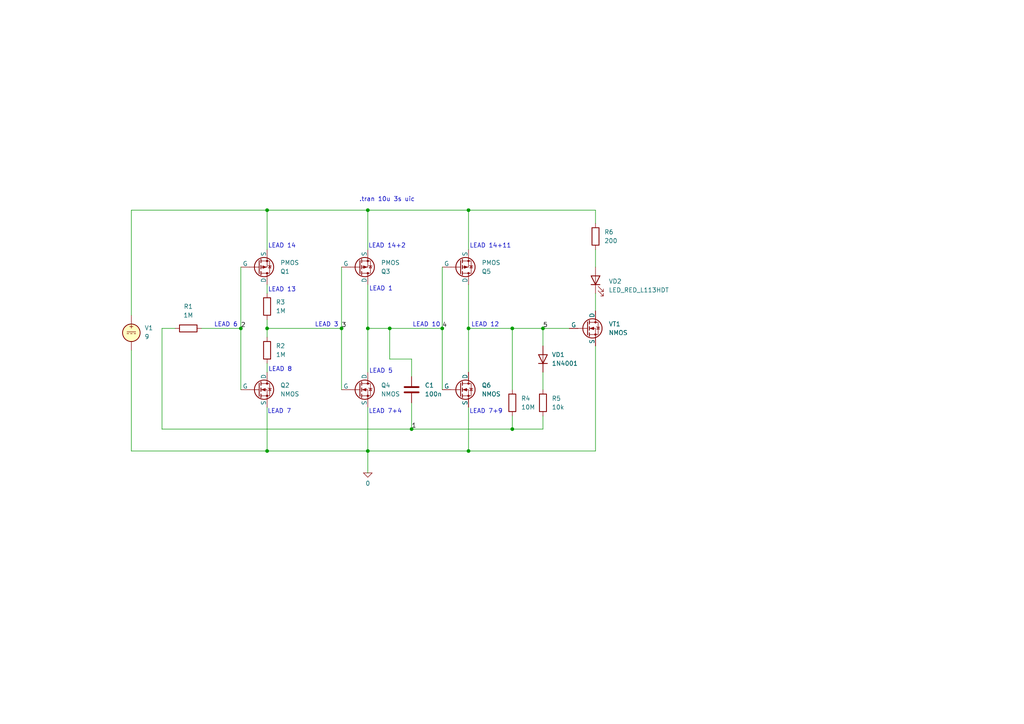
<source format=kicad_sch>
(kicad_sch
	(version 20231120)
	(generator "eeschema")
	(generator_version "8.0")
	(uuid "05134183-91e9-49ab-ad68-dd38fb208874")
	(paper "A4")
	(lib_symbols
		(symbol "Device:C"
			(pin_numbers hide)
			(pin_names
				(offset 0.254)
			)
			(exclude_from_sim no)
			(in_bom yes)
			(on_board yes)
			(property "Reference" "C"
				(at 0.635 2.54 0)
				(effects
					(font
						(size 1.27 1.27)
					)
					(justify left)
				)
			)
			(property "Value" "C"
				(at 0.635 -2.54 0)
				(effects
					(font
						(size 1.27 1.27)
					)
					(justify left)
				)
			)
			(property "Footprint" ""
				(at 0.9652 -3.81 0)
				(effects
					(font
						(size 1.27 1.27)
					)
					(hide yes)
				)
			)
			(property "Datasheet" "~"
				(at 0 0 0)
				(effects
					(font
						(size 1.27 1.27)
					)
					(hide yes)
				)
			)
			(property "Description" "Unpolarized capacitor"
				(at 0 0 0)
				(effects
					(font
						(size 1.27 1.27)
					)
					(hide yes)
				)
			)
			(property "ki_keywords" "cap capacitor"
				(at 0 0 0)
				(effects
					(font
						(size 1.27 1.27)
					)
					(hide yes)
				)
			)
			(property "ki_fp_filters" "C_*"
				(at 0 0 0)
				(effects
					(font
						(size 1.27 1.27)
					)
					(hide yes)
				)
			)
			(symbol "C_0_1"
				(polyline
					(pts
						(xy -2.032 -0.762) (xy 2.032 -0.762)
					)
					(stroke
						(width 0.508)
						(type default)
					)
					(fill
						(type none)
					)
				)
				(polyline
					(pts
						(xy -2.032 0.762) (xy 2.032 0.762)
					)
					(stroke
						(width 0.508)
						(type default)
					)
					(fill
						(type none)
					)
				)
			)
			(symbol "C_1_1"
				(pin passive line
					(at 0 3.81 270)
					(length 2.794)
					(name "~"
						(effects
							(font
								(size 1.27 1.27)
							)
						)
					)
					(number "1"
						(effects
							(font
								(size 1.27 1.27)
							)
						)
					)
				)
				(pin passive line
					(at 0 -3.81 90)
					(length 2.794)
					(name "~"
						(effects
							(font
								(size 1.27 1.27)
							)
						)
					)
					(number "2"
						(effects
							(font
								(size 1.27 1.27)
							)
						)
					)
				)
			)
		)
		(symbol "Device:D"
			(pin_numbers hide)
			(pin_names
				(offset 1.016) hide)
			(exclude_from_sim no)
			(in_bom yes)
			(on_board yes)
			(property "Reference" "D"
				(at 0 2.54 0)
				(effects
					(font
						(size 1.27 1.27)
					)
				)
			)
			(property "Value" "D"
				(at 0 -2.54 0)
				(effects
					(font
						(size 1.27 1.27)
					)
				)
			)
			(property "Footprint" ""
				(at 0 0 0)
				(effects
					(font
						(size 1.27 1.27)
					)
					(hide yes)
				)
			)
			(property "Datasheet" "~"
				(at 0 0 0)
				(effects
					(font
						(size 1.27 1.27)
					)
					(hide yes)
				)
			)
			(property "Description" "Diode"
				(at 0 0 0)
				(effects
					(font
						(size 1.27 1.27)
					)
					(hide yes)
				)
			)
			(property "Sim.Device" "D"
				(at 0 0 0)
				(effects
					(font
						(size 1.27 1.27)
					)
					(hide yes)
				)
			)
			(property "Sim.Pins" "1=K 2=A"
				(at 0 0 0)
				(effects
					(font
						(size 1.27 1.27)
					)
					(hide yes)
				)
			)
			(property "ki_keywords" "diode"
				(at 0 0 0)
				(effects
					(font
						(size 1.27 1.27)
					)
					(hide yes)
				)
			)
			(property "ki_fp_filters" "TO-???* *_Diode_* *SingleDiode* D_*"
				(at 0 0 0)
				(effects
					(font
						(size 1.27 1.27)
					)
					(hide yes)
				)
			)
			(symbol "D_0_1"
				(polyline
					(pts
						(xy -1.27 1.27) (xy -1.27 -1.27)
					)
					(stroke
						(width 0.254)
						(type default)
					)
					(fill
						(type none)
					)
				)
				(polyline
					(pts
						(xy 1.27 0) (xy -1.27 0)
					)
					(stroke
						(width 0)
						(type default)
					)
					(fill
						(type none)
					)
				)
				(polyline
					(pts
						(xy 1.27 1.27) (xy 1.27 -1.27) (xy -1.27 0) (xy 1.27 1.27)
					)
					(stroke
						(width 0.254)
						(type default)
					)
					(fill
						(type none)
					)
				)
			)
			(symbol "D_1_1"
				(pin passive line
					(at -3.81 0 0)
					(length 2.54)
					(name "K"
						(effects
							(font
								(size 1.27 1.27)
							)
						)
					)
					(number "1"
						(effects
							(font
								(size 1.27 1.27)
							)
						)
					)
				)
				(pin passive line
					(at 3.81 0 180)
					(length 2.54)
					(name "A"
						(effects
							(font
								(size 1.27 1.27)
							)
						)
					)
					(number "2"
						(effects
							(font
								(size 1.27 1.27)
							)
						)
					)
				)
			)
		)
		(symbol "Device:LED"
			(pin_numbers hide)
			(pin_names
				(offset 1.016) hide)
			(exclude_from_sim no)
			(in_bom yes)
			(on_board yes)
			(property "Reference" "D"
				(at 0 2.54 0)
				(effects
					(font
						(size 1.27 1.27)
					)
				)
			)
			(property "Value" "LED"
				(at 0 -2.54 0)
				(effects
					(font
						(size 1.27 1.27)
					)
				)
			)
			(property "Footprint" ""
				(at 0 0 0)
				(effects
					(font
						(size 1.27 1.27)
					)
					(hide yes)
				)
			)
			(property "Datasheet" "~"
				(at 0 0 0)
				(effects
					(font
						(size 1.27 1.27)
					)
					(hide yes)
				)
			)
			(property "Description" "Light emitting diode"
				(at 0 0 0)
				(effects
					(font
						(size 1.27 1.27)
					)
					(hide yes)
				)
			)
			(property "ki_keywords" "LED diode"
				(at 0 0 0)
				(effects
					(font
						(size 1.27 1.27)
					)
					(hide yes)
				)
			)
			(property "ki_fp_filters" "LED* LED_SMD:* LED_THT:*"
				(at 0 0 0)
				(effects
					(font
						(size 1.27 1.27)
					)
					(hide yes)
				)
			)
			(symbol "LED_0_1"
				(polyline
					(pts
						(xy -1.27 -1.27) (xy -1.27 1.27)
					)
					(stroke
						(width 0.254)
						(type default)
					)
					(fill
						(type none)
					)
				)
				(polyline
					(pts
						(xy -1.27 0) (xy 1.27 0)
					)
					(stroke
						(width 0)
						(type default)
					)
					(fill
						(type none)
					)
				)
				(polyline
					(pts
						(xy 1.27 -1.27) (xy 1.27 1.27) (xy -1.27 0) (xy 1.27 -1.27)
					)
					(stroke
						(width 0.254)
						(type default)
					)
					(fill
						(type none)
					)
				)
				(polyline
					(pts
						(xy -3.048 -0.762) (xy -4.572 -2.286) (xy -3.81 -2.286) (xy -4.572 -2.286) (xy -4.572 -1.524)
					)
					(stroke
						(width 0)
						(type default)
					)
					(fill
						(type none)
					)
				)
				(polyline
					(pts
						(xy -1.778 -0.762) (xy -3.302 -2.286) (xy -2.54 -2.286) (xy -3.302 -2.286) (xy -3.302 -1.524)
					)
					(stroke
						(width 0)
						(type default)
					)
					(fill
						(type none)
					)
				)
			)
			(symbol "LED_1_1"
				(pin passive line
					(at -3.81 0 0)
					(length 2.54)
					(name "K"
						(effects
							(font
								(size 1.27 1.27)
							)
						)
					)
					(number "1"
						(effects
							(font
								(size 1.27 1.27)
							)
						)
					)
				)
				(pin passive line
					(at 3.81 0 180)
					(length 2.54)
					(name "A"
						(effects
							(font
								(size 1.27 1.27)
							)
						)
					)
					(number "2"
						(effects
							(font
								(size 1.27 1.27)
							)
						)
					)
				)
			)
		)
		(symbol "Device:R"
			(pin_numbers hide)
			(pin_names
				(offset 0)
			)
			(exclude_from_sim no)
			(in_bom yes)
			(on_board yes)
			(property "Reference" "R"
				(at 2.032 0 90)
				(effects
					(font
						(size 1.27 1.27)
					)
				)
			)
			(property "Value" "R"
				(at 0 0 90)
				(effects
					(font
						(size 1.27 1.27)
					)
				)
			)
			(property "Footprint" ""
				(at -1.778 0 90)
				(effects
					(font
						(size 1.27 1.27)
					)
					(hide yes)
				)
			)
			(property "Datasheet" "~"
				(at 0 0 0)
				(effects
					(font
						(size 1.27 1.27)
					)
					(hide yes)
				)
			)
			(property "Description" "Resistor"
				(at 0 0 0)
				(effects
					(font
						(size 1.27 1.27)
					)
					(hide yes)
				)
			)
			(property "ki_keywords" "R res resistor"
				(at 0 0 0)
				(effects
					(font
						(size 1.27 1.27)
					)
					(hide yes)
				)
			)
			(property "ki_fp_filters" "R_*"
				(at 0 0 0)
				(effects
					(font
						(size 1.27 1.27)
					)
					(hide yes)
				)
			)
			(symbol "R_0_1"
				(rectangle
					(start -1.016 -2.54)
					(end 1.016 2.54)
					(stroke
						(width 0.254)
						(type default)
					)
					(fill
						(type none)
					)
				)
			)
			(symbol "R_1_1"
				(pin passive line
					(at 0 3.81 270)
					(length 1.27)
					(name "~"
						(effects
							(font
								(size 1.27 1.27)
							)
						)
					)
					(number "1"
						(effects
							(font
								(size 1.27 1.27)
							)
						)
					)
				)
				(pin passive line
					(at 0 -3.81 90)
					(length 1.27)
					(name "~"
						(effects
							(font
								(size 1.27 1.27)
							)
						)
					)
					(number "2"
						(effects
							(font
								(size 1.27 1.27)
							)
						)
					)
				)
			)
		)
		(symbol "Simulation_SPICE:0"
			(power)
			(pin_numbers hide)
			(pin_names
				(offset 0) hide)
			(exclude_from_sim no)
			(in_bom yes)
			(on_board yes)
			(property "Reference" "#GND"
				(at 0 -5.08 0)
				(effects
					(font
						(size 1.27 1.27)
					)
					(hide yes)
				)
			)
			(property "Value" "0"
				(at 0 -2.54 0)
				(effects
					(font
						(size 1.27 1.27)
					)
				)
			)
			(property "Footprint" ""
				(at 0 0 0)
				(effects
					(font
						(size 1.27 1.27)
					)
					(hide yes)
				)
			)
			(property "Datasheet" "https://ngspice.sourceforge.io/docs/ngspice-html-manual/manual.xhtml#subsec_Circuit_elements__device"
				(at 0 -10.16 0)
				(effects
					(font
						(size 1.27 1.27)
					)
					(hide yes)
				)
			)
			(property "Description" "0V reference potential for simulation"
				(at 0 -7.62 0)
				(effects
					(font
						(size 1.27 1.27)
					)
					(hide yes)
				)
			)
			(property "ki_keywords" "simulation"
				(at 0 0 0)
				(effects
					(font
						(size 1.27 1.27)
					)
					(hide yes)
				)
			)
			(symbol "0_0_1"
				(polyline
					(pts
						(xy -1.27 0) (xy 0 -1.27) (xy 1.27 0) (xy -1.27 0)
					)
					(stroke
						(width 0)
						(type default)
					)
					(fill
						(type none)
					)
				)
			)
			(symbol "0_1_1"
				(pin power_in line
					(at 0 0 0)
					(length 0)
					(name "~"
						(effects
							(font
								(size 1.016 1.016)
							)
						)
					)
					(number "1"
						(effects
							(font
								(size 1.016 1.016)
							)
						)
					)
				)
			)
		)
		(symbol "Simulation_SPICE:NMOS"
			(pin_numbers hide)
			(pin_names
				(offset 0)
			)
			(exclude_from_sim no)
			(in_bom yes)
			(on_board yes)
			(property "Reference" "Q"
				(at 5.08 1.27 0)
				(effects
					(font
						(size 1.27 1.27)
					)
					(justify left)
				)
			)
			(property "Value" "NMOS"
				(at 5.08 -1.27 0)
				(effects
					(font
						(size 1.27 1.27)
					)
					(justify left)
				)
			)
			(property "Footprint" ""
				(at 5.08 2.54 0)
				(effects
					(font
						(size 1.27 1.27)
					)
					(hide yes)
				)
			)
			(property "Datasheet" "https://ngspice.sourceforge.io/docs/ngspice-html-manual/manual.xhtml#cha_MOSFETs"
				(at 0 -12.7 0)
				(effects
					(font
						(size 1.27 1.27)
					)
					(hide yes)
				)
			)
			(property "Description" "N-MOSFET transistor, drain/source/gate"
				(at 0 0 0)
				(effects
					(font
						(size 1.27 1.27)
					)
					(hide yes)
				)
			)
			(property "Sim.Device" "NMOS"
				(at 0 -17.145 0)
				(effects
					(font
						(size 1.27 1.27)
					)
					(hide yes)
				)
			)
			(property "Sim.Type" "VDMOS"
				(at 0 -19.05 0)
				(effects
					(font
						(size 1.27 1.27)
					)
					(hide yes)
				)
			)
			(property "Sim.Pins" "1=D 2=G 3=S"
				(at 0 -15.24 0)
				(effects
					(font
						(size 1.27 1.27)
					)
					(hide yes)
				)
			)
			(property "ki_keywords" "transistor NMOS N-MOS N-MOSFET simulation"
				(at 0 0 0)
				(effects
					(font
						(size 1.27 1.27)
					)
					(hide yes)
				)
			)
			(symbol "NMOS_0_1"
				(polyline
					(pts
						(xy 0.254 0) (xy -2.54 0)
					)
					(stroke
						(width 0)
						(type default)
					)
					(fill
						(type none)
					)
				)
				(polyline
					(pts
						(xy 0.254 1.905) (xy 0.254 -1.905)
					)
					(stroke
						(width 0.254)
						(type default)
					)
					(fill
						(type none)
					)
				)
				(polyline
					(pts
						(xy 0.762 -1.27) (xy 0.762 -2.286)
					)
					(stroke
						(width 0.254)
						(type default)
					)
					(fill
						(type none)
					)
				)
				(polyline
					(pts
						(xy 0.762 0.508) (xy 0.762 -0.508)
					)
					(stroke
						(width 0.254)
						(type default)
					)
					(fill
						(type none)
					)
				)
				(polyline
					(pts
						(xy 0.762 2.286) (xy 0.762 1.27)
					)
					(stroke
						(width 0.254)
						(type default)
					)
					(fill
						(type none)
					)
				)
				(polyline
					(pts
						(xy 2.54 2.54) (xy 2.54 1.778)
					)
					(stroke
						(width 0)
						(type default)
					)
					(fill
						(type none)
					)
				)
				(polyline
					(pts
						(xy 2.54 -2.54) (xy 2.54 0) (xy 0.762 0)
					)
					(stroke
						(width 0)
						(type default)
					)
					(fill
						(type none)
					)
				)
				(polyline
					(pts
						(xy 0.762 -1.778) (xy 3.302 -1.778) (xy 3.302 1.778) (xy 0.762 1.778)
					)
					(stroke
						(width 0)
						(type default)
					)
					(fill
						(type none)
					)
				)
				(polyline
					(pts
						(xy 1.016 0) (xy 2.032 0.381) (xy 2.032 -0.381) (xy 1.016 0)
					)
					(stroke
						(width 0)
						(type default)
					)
					(fill
						(type outline)
					)
				)
				(polyline
					(pts
						(xy 2.794 0.508) (xy 2.921 0.381) (xy 3.683 0.381) (xy 3.81 0.254)
					)
					(stroke
						(width 0)
						(type default)
					)
					(fill
						(type none)
					)
				)
				(polyline
					(pts
						(xy 3.302 0.381) (xy 2.921 -0.254) (xy 3.683 -0.254) (xy 3.302 0.381)
					)
					(stroke
						(width 0)
						(type default)
					)
					(fill
						(type none)
					)
				)
				(circle
					(center 1.651 0)
					(radius 2.794)
					(stroke
						(width 0.254)
						(type default)
					)
					(fill
						(type none)
					)
				)
				(circle
					(center 2.54 -1.778)
					(radius 0.254)
					(stroke
						(width 0)
						(type default)
					)
					(fill
						(type outline)
					)
				)
				(circle
					(center 2.54 1.778)
					(radius 0.254)
					(stroke
						(width 0)
						(type default)
					)
					(fill
						(type outline)
					)
				)
			)
			(symbol "NMOS_1_1"
				(pin passive line
					(at 2.54 5.08 270)
					(length 2.54)
					(name "D"
						(effects
							(font
								(size 1.27 1.27)
							)
						)
					)
					(number "1"
						(effects
							(font
								(size 1.27 1.27)
							)
						)
					)
				)
				(pin input line
					(at -5.08 0 0)
					(length 2.54)
					(name "G"
						(effects
							(font
								(size 1.27 1.27)
							)
						)
					)
					(number "2"
						(effects
							(font
								(size 1.27 1.27)
							)
						)
					)
				)
				(pin passive line
					(at 2.54 -5.08 90)
					(length 2.54)
					(name "S"
						(effects
							(font
								(size 1.27 1.27)
							)
						)
					)
					(number "3"
						(effects
							(font
								(size 1.27 1.27)
							)
						)
					)
				)
			)
		)
		(symbol "Simulation_SPICE:PMOS"
			(pin_numbers hide)
			(pin_names
				(offset 0)
			)
			(exclude_from_sim no)
			(in_bom yes)
			(on_board yes)
			(property "Reference" "Q"
				(at 5.08 1.27 0)
				(effects
					(font
						(size 1.27 1.27)
					)
					(justify left)
				)
			)
			(property "Value" "PMOS"
				(at 5.08 -1.27 0)
				(effects
					(font
						(size 1.27 1.27)
					)
					(justify left)
				)
			)
			(property "Footprint" ""
				(at 5.08 2.54 0)
				(effects
					(font
						(size 1.27 1.27)
					)
					(hide yes)
				)
			)
			(property "Datasheet" "https://ngspice.sourceforge.io/docs/ngspice-html-manual/manual.xhtml#cha_MOSFETs"
				(at 0 -12.7 0)
				(effects
					(font
						(size 1.27 1.27)
					)
					(hide yes)
				)
			)
			(property "Description" "P-MOSFET transistor, drain/source/gate"
				(at 0 0 0)
				(effects
					(font
						(size 1.27 1.27)
					)
					(hide yes)
				)
			)
			(property "Sim.Device" "PMOS"
				(at 0 -17.145 0)
				(effects
					(font
						(size 1.27 1.27)
					)
					(hide yes)
				)
			)
			(property "Sim.Type" "VDMOS"
				(at 0 -19.05 0)
				(effects
					(font
						(size 1.27 1.27)
					)
					(hide yes)
				)
			)
			(property "Sim.Pins" "1=D 2=G 3=S"
				(at 0 -15.24 0)
				(effects
					(font
						(size 1.27 1.27)
					)
					(hide yes)
				)
			)
			(property "ki_keywords" "transistor PMOS P-MOS P-MOSFET simulation"
				(at 0 0 0)
				(effects
					(font
						(size 1.27 1.27)
					)
					(hide yes)
				)
			)
			(symbol "PMOS_0_1"
				(polyline
					(pts
						(xy 0.254 0) (xy -2.54 0)
					)
					(stroke
						(width 0)
						(type default)
					)
					(fill
						(type none)
					)
				)
				(polyline
					(pts
						(xy 0.254 1.905) (xy 0.254 -1.905)
					)
					(stroke
						(width 0.254)
						(type default)
					)
					(fill
						(type none)
					)
				)
				(polyline
					(pts
						(xy 0.762 -1.27) (xy 0.762 -2.286)
					)
					(stroke
						(width 0.254)
						(type default)
					)
					(fill
						(type none)
					)
				)
				(polyline
					(pts
						(xy 0.762 0.508) (xy 0.762 -0.508)
					)
					(stroke
						(width 0.254)
						(type default)
					)
					(fill
						(type none)
					)
				)
				(polyline
					(pts
						(xy 0.762 2.286) (xy 0.762 1.27)
					)
					(stroke
						(width 0.254)
						(type default)
					)
					(fill
						(type none)
					)
				)
				(polyline
					(pts
						(xy 2.54 2.54) (xy 2.54 1.778)
					)
					(stroke
						(width 0)
						(type default)
					)
					(fill
						(type none)
					)
				)
				(polyline
					(pts
						(xy 2.54 -2.54) (xy 2.54 0) (xy 0.762 0)
					)
					(stroke
						(width 0)
						(type default)
					)
					(fill
						(type none)
					)
				)
				(polyline
					(pts
						(xy 0.762 1.778) (xy 3.302 1.778) (xy 3.302 -1.778) (xy 0.762 -1.778)
					)
					(stroke
						(width 0)
						(type default)
					)
					(fill
						(type none)
					)
				)
				(polyline
					(pts
						(xy 2.286 0) (xy 1.27 0.381) (xy 1.27 -0.381) (xy 2.286 0)
					)
					(stroke
						(width 0)
						(type default)
					)
					(fill
						(type outline)
					)
				)
				(polyline
					(pts
						(xy 2.794 -0.508) (xy 2.921 -0.381) (xy 3.683 -0.381) (xy 3.81 -0.254)
					)
					(stroke
						(width 0)
						(type default)
					)
					(fill
						(type none)
					)
				)
				(polyline
					(pts
						(xy 3.302 -0.381) (xy 2.921 0.254) (xy 3.683 0.254) (xy 3.302 -0.381)
					)
					(stroke
						(width 0)
						(type default)
					)
					(fill
						(type none)
					)
				)
				(circle
					(center 1.651 0)
					(radius 2.794)
					(stroke
						(width 0.254)
						(type default)
					)
					(fill
						(type none)
					)
				)
				(circle
					(center 2.54 -1.778)
					(radius 0.254)
					(stroke
						(width 0)
						(type default)
					)
					(fill
						(type outline)
					)
				)
				(circle
					(center 2.54 1.778)
					(radius 0.254)
					(stroke
						(width 0)
						(type default)
					)
					(fill
						(type outline)
					)
				)
			)
			(symbol "PMOS_1_1"
				(pin passive line
					(at 2.54 5.08 270)
					(length 2.54)
					(name "D"
						(effects
							(font
								(size 1.27 1.27)
							)
						)
					)
					(number "1"
						(effects
							(font
								(size 1.27 1.27)
							)
						)
					)
				)
				(pin input line
					(at -5.08 0 0)
					(length 2.54)
					(name "G"
						(effects
							(font
								(size 1.27 1.27)
							)
						)
					)
					(number "2"
						(effects
							(font
								(size 1.27 1.27)
							)
						)
					)
				)
				(pin passive line
					(at 2.54 -5.08 90)
					(length 2.54)
					(name "S"
						(effects
							(font
								(size 1.27 1.27)
							)
						)
					)
					(number "3"
						(effects
							(font
								(size 1.27 1.27)
							)
						)
					)
				)
			)
		)
		(symbol "Simulation_SPICE:VDC"
			(pin_numbers hide)
			(pin_names
				(offset 0.0254)
			)
			(exclude_from_sim no)
			(in_bom yes)
			(on_board yes)
			(property "Reference" "V"
				(at 2.54 2.54 0)
				(effects
					(font
						(size 1.27 1.27)
					)
					(justify left)
				)
			)
			(property "Value" "1"
				(at 2.54 0 0)
				(effects
					(font
						(size 1.27 1.27)
					)
					(justify left)
				)
			)
			(property "Footprint" ""
				(at 0 0 0)
				(effects
					(font
						(size 1.27 1.27)
					)
					(hide yes)
				)
			)
			(property "Datasheet" "https://ngspice.sourceforge.io/docs/ngspice-html-manual/manual.xhtml#sec_Independent_Sources_for"
				(at 0 0 0)
				(effects
					(font
						(size 1.27 1.27)
					)
					(hide yes)
				)
			)
			(property "Description" "Voltage source, DC"
				(at 0 0 0)
				(effects
					(font
						(size 1.27 1.27)
					)
					(hide yes)
				)
			)
			(property "Sim.Pins" "1=+ 2=-"
				(at 0 0 0)
				(effects
					(font
						(size 1.27 1.27)
					)
					(hide yes)
				)
			)
			(property "Sim.Type" "DC"
				(at 0 0 0)
				(effects
					(font
						(size 1.27 1.27)
					)
					(hide yes)
				)
			)
			(property "Sim.Device" "V"
				(at 0 0 0)
				(effects
					(font
						(size 1.27 1.27)
					)
					(justify left)
					(hide yes)
				)
			)
			(property "ki_keywords" "simulation"
				(at 0 0 0)
				(effects
					(font
						(size 1.27 1.27)
					)
					(hide yes)
				)
			)
			(symbol "VDC_0_0"
				(polyline
					(pts
						(xy -1.27 0.254) (xy 1.27 0.254)
					)
					(stroke
						(width 0)
						(type default)
					)
					(fill
						(type none)
					)
				)
				(polyline
					(pts
						(xy -0.762 -0.254) (xy -1.27 -0.254)
					)
					(stroke
						(width 0)
						(type default)
					)
					(fill
						(type none)
					)
				)
				(polyline
					(pts
						(xy 0.254 -0.254) (xy -0.254 -0.254)
					)
					(stroke
						(width 0)
						(type default)
					)
					(fill
						(type none)
					)
				)
				(polyline
					(pts
						(xy 1.27 -0.254) (xy 0.762 -0.254)
					)
					(stroke
						(width 0)
						(type default)
					)
					(fill
						(type none)
					)
				)
				(text "+"
					(at 0 1.905 0)
					(effects
						(font
							(size 1.27 1.27)
						)
					)
				)
			)
			(symbol "VDC_0_1"
				(circle
					(center 0 0)
					(radius 2.54)
					(stroke
						(width 0.254)
						(type default)
					)
					(fill
						(type background)
					)
				)
			)
			(symbol "VDC_1_1"
				(pin passive line
					(at 0 5.08 270)
					(length 2.54)
					(name "~"
						(effects
							(font
								(size 1.27 1.27)
							)
						)
					)
					(number "1"
						(effects
							(font
								(size 1.27 1.27)
							)
						)
					)
				)
				(pin passive line
					(at 0 -5.08 90)
					(length 2.54)
					(name "~"
						(effects
							(font
								(size 1.27 1.27)
							)
						)
					)
					(number "2"
						(effects
							(font
								(size 1.27 1.27)
							)
						)
					)
				)
			)
		)
	)
	(junction
		(at 106.68 130.81)
		(diameter 0)
		(color 0 0 0 0)
		(uuid "026efbec-b64c-48cf-8130-47b995db45f2")
	)
	(junction
		(at 77.47 130.81)
		(diameter 0)
		(color 0 0 0 0)
		(uuid "0af3967f-d282-4052-a636-2abbf95ed013")
	)
	(junction
		(at 157.48 95.25)
		(diameter 0)
		(color 0 0 0 0)
		(uuid "0f479792-a541-4cda-bbbc-50253e2280e9")
	)
	(junction
		(at 106.68 60.96)
		(diameter 0)
		(color 0 0 0 0)
		(uuid "15ec30bc-01fc-4668-8fad-d910a83cb3b4")
	)
	(junction
		(at 77.47 95.25)
		(diameter 0)
		(color 0 0 0 0)
		(uuid "46c03d65-2807-4426-ac9f-4c760842e749")
	)
	(junction
		(at 99.06 95.25)
		(diameter 0)
		(color 0 0 0 0)
		(uuid "553d906e-f161-41a2-961f-ff42a442fa6e")
	)
	(junction
		(at 135.89 130.81)
		(diameter 0)
		(color 0 0 0 0)
		(uuid "5f3f4138-01d3-4be7-9c8e-6e0943738930")
	)
	(junction
		(at 106.68 95.25)
		(diameter 0)
		(color 0 0 0 0)
		(uuid "6ece9de9-d2c9-4e24-9aad-b4dbcd5e31df")
	)
	(junction
		(at 135.89 60.96)
		(diameter 0)
		(color 0 0 0 0)
		(uuid "704973dc-4c03-484e-a271-ba2daf55cc46")
	)
	(junction
		(at 128.27 95.25)
		(diameter 0)
		(color 0 0 0 0)
		(uuid "724b6966-fa73-4996-b900-55f8a5e40f92")
	)
	(junction
		(at 148.59 124.46)
		(diameter 0)
		(color 0 0 0 0)
		(uuid "a0f0b548-85b9-4ea7-8f78-c638b5d0355c")
	)
	(junction
		(at 69.85 95.25)
		(diameter 0)
		(color 0 0 0 0)
		(uuid "a6823806-2647-4a91-98b3-925af33c2076")
	)
	(junction
		(at 135.89 95.25)
		(diameter 0)
		(color 0 0 0 0)
		(uuid "ba3232e5-7fab-49d4-bc61-103e715c32a6")
	)
	(junction
		(at 77.47 60.96)
		(diameter 0)
		(color 0 0 0 0)
		(uuid "cd2d7c9f-5cf2-4e24-a873-96adfaeb9b7f")
	)
	(junction
		(at 113.03 95.25)
		(diameter 0)
		(color 0 0 0 0)
		(uuid "cef078d0-ca55-4194-8ab2-7d6e7f2d2535")
	)
	(junction
		(at 148.59 95.25)
		(diameter 0)
		(color 0 0 0 0)
		(uuid "f70c9cf1-abd2-4b1b-b2a1-cc3af75ff08f")
	)
	(junction
		(at 119.38 124.46)
		(diameter 0)
		(color 0 0 0 0)
		(uuid "f858663b-8b8e-46c4-bd06-6e1299ae79d3")
	)
	(wire
		(pts
			(xy 119.38 104.14) (xy 113.03 104.14)
		)
		(stroke
			(width 0)
			(type default)
		)
		(uuid "01697864-9c8f-4cbb-80b2-812273a0890d")
	)
	(wire
		(pts
			(xy 157.48 95.25) (xy 165.1 95.25)
		)
		(stroke
			(width 0)
			(type default)
		)
		(uuid "0ba116cc-2bea-48c2-9fdc-04b2f6f43e5d")
	)
	(wire
		(pts
			(xy 69.85 77.47) (xy 69.85 95.25)
		)
		(stroke
			(width 0)
			(type default)
		)
		(uuid "0ec94746-f0be-41be-9606-4c506431d11d")
	)
	(wire
		(pts
			(xy 172.72 60.96) (xy 135.89 60.96)
		)
		(stroke
			(width 0)
			(type default)
		)
		(uuid "104fc458-2e7f-48cf-a2e6-5618d80a4a2a")
	)
	(wire
		(pts
			(xy 106.68 118.11) (xy 106.68 130.81)
		)
		(stroke
			(width 0)
			(type default)
		)
		(uuid "1cc17d5f-6851-45dc-8fbb-9ee180b98aff")
	)
	(wire
		(pts
			(xy 157.48 124.46) (xy 157.48 120.65)
		)
		(stroke
			(width 0)
			(type default)
		)
		(uuid "1d3afb2d-e721-41c2-81fc-d6a407e1fc59")
	)
	(wire
		(pts
			(xy 119.38 109.22) (xy 119.38 104.14)
		)
		(stroke
			(width 0)
			(type default)
		)
		(uuid "1f4d36fe-f0c7-4178-8139-ae7f6eb6ff93")
	)
	(wire
		(pts
			(xy 106.68 82.55) (xy 106.68 95.25)
		)
		(stroke
			(width 0)
			(type default)
		)
		(uuid "22736cee-c973-4af6-a756-d133b59b8104")
	)
	(wire
		(pts
			(xy 46.99 95.25) (xy 50.8 95.25)
		)
		(stroke
			(width 0)
			(type default)
		)
		(uuid "248041bd-1530-4a02-9171-edc3b34c37cd")
	)
	(wire
		(pts
			(xy 38.1 130.81) (xy 77.47 130.81)
		)
		(stroke
			(width 0)
			(type default)
		)
		(uuid "2773beb8-8cfa-4d14-86dc-c754617d2f39")
	)
	(wire
		(pts
			(xy 106.68 130.81) (xy 106.68 137.16)
		)
		(stroke
			(width 0)
			(type default)
		)
		(uuid "2c3ff8cc-69a9-493c-b03d-71fe8509905f")
	)
	(wire
		(pts
			(xy 119.38 116.84) (xy 119.38 124.46)
		)
		(stroke
			(width 0)
			(type default)
		)
		(uuid "347c675d-0ec5-4c0b-98a2-fb2b448d4db6")
	)
	(wire
		(pts
			(xy 99.06 95.25) (xy 99.06 113.03)
		)
		(stroke
			(width 0)
			(type default)
		)
		(uuid "350a2f5b-9f22-48c7-8aad-ea0dc5766a9d")
	)
	(wire
		(pts
			(xy 135.89 118.11) (xy 135.89 130.81)
		)
		(stroke
			(width 0)
			(type default)
		)
		(uuid "36894598-5b56-4435-978f-9cffecce5a02")
	)
	(wire
		(pts
			(xy 148.59 95.25) (xy 157.48 95.25)
		)
		(stroke
			(width 0)
			(type default)
		)
		(uuid "3aea0290-d668-49e9-b8c3-36478d4d37bf")
	)
	(wire
		(pts
			(xy 106.68 60.96) (xy 106.68 72.39)
		)
		(stroke
			(width 0)
			(type default)
		)
		(uuid "41c45987-10be-4901-876f-dd5c3f903b3d")
	)
	(wire
		(pts
			(xy 135.89 95.25) (xy 148.59 95.25)
		)
		(stroke
			(width 0)
			(type default)
		)
		(uuid "43c138ef-b0f1-492d-b548-91a4ffe3d610")
	)
	(wire
		(pts
			(xy 135.89 82.55) (xy 135.89 95.25)
		)
		(stroke
			(width 0)
			(type default)
		)
		(uuid "4a16ae61-ccad-44ea-8193-416c74474c14")
	)
	(wire
		(pts
			(xy 106.68 60.96) (xy 135.89 60.96)
		)
		(stroke
			(width 0)
			(type default)
		)
		(uuid "4df863a4-3446-404f-91bf-d6dc31fc61ea")
	)
	(wire
		(pts
			(xy 106.68 95.25) (xy 106.68 107.95)
		)
		(stroke
			(width 0)
			(type default)
		)
		(uuid "53d51842-34fa-4763-801b-9a9bceeaba0b")
	)
	(wire
		(pts
			(xy 172.72 85.09) (xy 172.72 90.17)
		)
		(stroke
			(width 0)
			(type default)
		)
		(uuid "58461e67-fac1-4fbe-81cc-8ba820b095a0")
	)
	(wire
		(pts
			(xy 58.42 95.25) (xy 69.85 95.25)
		)
		(stroke
			(width 0)
			(type default)
		)
		(uuid "5bb60ae5-934d-4837-b38a-f6bbf1886f4f")
	)
	(wire
		(pts
			(xy 46.99 124.46) (xy 119.38 124.46)
		)
		(stroke
			(width 0)
			(type default)
		)
		(uuid "63dbc186-58c5-4ecd-8c07-dad691f08721")
	)
	(wire
		(pts
			(xy 157.48 95.25) (xy 157.48 100.33)
		)
		(stroke
			(width 0)
			(type default)
		)
		(uuid "70ad4437-cefd-4844-beb7-f78a6aed257e")
	)
	(wire
		(pts
			(xy 77.47 105.41) (xy 77.47 107.95)
		)
		(stroke
			(width 0)
			(type default)
		)
		(uuid "739055c4-191f-4913-8652-2c92bc1a040f")
	)
	(wire
		(pts
			(xy 77.47 60.96) (xy 77.47 72.39)
		)
		(stroke
			(width 0)
			(type default)
		)
		(uuid "73d1cf32-e183-40a7-a639-9d23b3b11c48")
	)
	(wire
		(pts
			(xy 148.59 95.25) (xy 148.59 113.03)
		)
		(stroke
			(width 0)
			(type default)
		)
		(uuid "79bd3da1-b12e-4195-bef3-c01a54ebfd39")
	)
	(wire
		(pts
			(xy 106.68 130.81) (xy 135.89 130.81)
		)
		(stroke
			(width 0)
			(type default)
		)
		(uuid "8050714c-84a6-4b11-b90d-e483d6e2372e")
	)
	(wire
		(pts
			(xy 113.03 104.14) (xy 113.03 95.25)
		)
		(stroke
			(width 0)
			(type default)
		)
		(uuid "84e9f514-07a3-4ab8-b8fb-ba125b57b80a")
	)
	(wire
		(pts
			(xy 77.47 130.81) (xy 106.68 130.81)
		)
		(stroke
			(width 0)
			(type default)
		)
		(uuid "86161410-6dac-48a5-85a0-089105efc596")
	)
	(wire
		(pts
			(xy 106.68 95.25) (xy 113.03 95.25)
		)
		(stroke
			(width 0)
			(type default)
		)
		(uuid "872a501a-4563-4252-a9df-6deae121cea2")
	)
	(wire
		(pts
			(xy 99.06 77.47) (xy 99.06 95.25)
		)
		(stroke
			(width 0)
			(type default)
		)
		(uuid "8938a2ad-8ee9-4691-82b6-31350ba9dd49")
	)
	(wire
		(pts
			(xy 113.03 95.25) (xy 128.27 95.25)
		)
		(stroke
			(width 0)
			(type default)
		)
		(uuid "94a4f14d-1895-431f-a0bc-5779ff165998")
	)
	(wire
		(pts
			(xy 77.47 92.71) (xy 77.47 95.25)
		)
		(stroke
			(width 0)
			(type default)
		)
		(uuid "9570770f-a9ae-497c-8fe1-eacb84d313c6")
	)
	(wire
		(pts
			(xy 172.72 60.96) (xy 172.72 64.77)
		)
		(stroke
			(width 0)
			(type default)
		)
		(uuid "96a22212-6ff0-456d-811e-d815f1255fad")
	)
	(wire
		(pts
			(xy 77.47 60.96) (xy 106.68 60.96)
		)
		(stroke
			(width 0)
			(type default)
		)
		(uuid "97fb9009-7f82-4e51-a3e9-a5cb148c662d")
	)
	(wire
		(pts
			(xy 128.27 77.47) (xy 128.27 95.25)
		)
		(stroke
			(width 0)
			(type default)
		)
		(uuid "9a1c88e3-7699-4c57-a2bb-36dfa2ccbb21")
	)
	(wire
		(pts
			(xy 38.1 101.6) (xy 38.1 130.81)
		)
		(stroke
			(width 0)
			(type default)
		)
		(uuid "9b604cc6-7e6c-4487-b832-1b6e439d55a9")
	)
	(wire
		(pts
			(xy 157.48 107.95) (xy 157.48 113.03)
		)
		(stroke
			(width 0)
			(type default)
		)
		(uuid "9c0ba1cd-a594-41c3-a39a-13c9970bb62d")
	)
	(wire
		(pts
			(xy 135.89 95.25) (xy 135.89 107.95)
		)
		(stroke
			(width 0)
			(type default)
		)
		(uuid "a7e59116-e584-4f12-8aeb-80ac172e305a")
	)
	(wire
		(pts
			(xy 77.47 60.96) (xy 38.1 60.96)
		)
		(stroke
			(width 0)
			(type default)
		)
		(uuid "aa30da0b-a9b0-4253-9e88-e2e38cca3912")
	)
	(wire
		(pts
			(xy 135.89 130.81) (xy 172.72 130.81)
		)
		(stroke
			(width 0)
			(type default)
		)
		(uuid "bc3004a7-554d-4d1d-bde9-400985d1b75e")
	)
	(wire
		(pts
			(xy 46.99 95.25) (xy 46.99 124.46)
		)
		(stroke
			(width 0)
			(type default)
		)
		(uuid "bfb86458-a00f-46be-bd81-4f351102df87")
	)
	(wire
		(pts
			(xy 172.72 100.33) (xy 172.72 130.81)
		)
		(stroke
			(width 0)
			(type default)
		)
		(uuid "c3866fbf-637c-4d6a-827f-88c4579e203b")
	)
	(wire
		(pts
			(xy 135.89 60.96) (xy 135.89 72.39)
		)
		(stroke
			(width 0)
			(type default)
		)
		(uuid "c90e67c3-91d7-4690-92b5-80d2ce969362")
	)
	(wire
		(pts
			(xy 172.72 72.39) (xy 172.72 77.47)
		)
		(stroke
			(width 0)
			(type default)
		)
		(uuid "cb73a3a4-e220-494b-a980-a657d05475f9")
	)
	(wire
		(pts
			(xy 148.59 124.46) (xy 157.48 124.46)
		)
		(stroke
			(width 0)
			(type default)
		)
		(uuid "d6714a89-8d0a-436c-a9c7-ad1045aa86a5")
	)
	(wire
		(pts
			(xy 77.47 82.55) (xy 77.47 85.09)
		)
		(stroke
			(width 0)
			(type default)
		)
		(uuid "e0da8609-d38d-490d-9a78-ada752f91dc7")
	)
	(wire
		(pts
			(xy 128.27 95.25) (xy 128.27 113.03)
		)
		(stroke
			(width 0)
			(type default)
		)
		(uuid "e0f89fdc-12d8-4aa9-a071-dde881cdb1f4")
	)
	(wire
		(pts
			(xy 148.59 120.65) (xy 148.59 124.46)
		)
		(stroke
			(width 0)
			(type default)
		)
		(uuid "e849134b-c77d-46d1-b3e0-c4fd7f18fbef")
	)
	(wire
		(pts
			(xy 77.47 95.25) (xy 99.06 95.25)
		)
		(stroke
			(width 0)
			(type default)
		)
		(uuid "e9e57adb-d2f8-440e-a275-7c5533fbef51")
	)
	(wire
		(pts
			(xy 119.38 124.46) (xy 148.59 124.46)
		)
		(stroke
			(width 0)
			(type default)
		)
		(uuid "eacb3d2e-7b01-4aa5-b571-fd2cf4a04de3")
	)
	(wire
		(pts
			(xy 69.85 95.25) (xy 69.85 113.03)
		)
		(stroke
			(width 0)
			(type default)
		)
		(uuid "edb8e324-c47f-439b-825d-246402100d4e")
	)
	(wire
		(pts
			(xy 38.1 60.96) (xy 38.1 91.44)
		)
		(stroke
			(width 0)
			(type default)
		)
		(uuid "eec1cfda-3f24-4c4f-ae35-63af701e3dd2")
	)
	(wire
		(pts
			(xy 77.47 118.11) (xy 77.47 130.81)
		)
		(stroke
			(width 0)
			(type default)
		)
		(uuid "f1a0ba14-673a-45f3-8595-5f04d7cffbb2")
	)
	(wire
		(pts
			(xy 77.47 95.25) (xy 77.47 97.79)
		)
		(stroke
			(width 0)
			(type default)
		)
		(uuid "f9176370-ec5a-4a6d-ab8f-5b080117804d")
	)
	(text "LEAD 6"
		(exclude_from_sim no)
		(at 65.532 94.234 0)
		(effects
			(font
				(size 1.27 1.27)
			)
		)
		(uuid "1a347750-d8a2-45f1-ba89-847205ff98ac")
	)
	(text "LEAD 14+2"
		(exclude_from_sim no)
		(at 112.268 71.374 0)
		(effects
			(font
				(size 1.27 1.27)
			)
		)
		(uuid "2a76138d-9a75-4777-8e58-ebe02016c5ed")
	)
	(text "LEAD 7+9"
		(exclude_from_sim no)
		(at 140.97 119.38 0)
		(effects
			(font
				(size 1.27 1.27)
			)
		)
		(uuid "37b1a37f-b5bb-4ad5-9d42-f4a6a859d282")
	)
	(text "LEAD 7+4"
		(exclude_from_sim no)
		(at 111.76 119.38 0)
		(effects
			(font
				(size 1.27 1.27)
			)
		)
		(uuid "69a16760-e984-4586-a137-e02b77d333c7")
	)
	(text "LEAD 13"
		(exclude_from_sim no)
		(at 81.788 84.074 0)
		(effects
			(font
				(size 1.27 1.27)
			)
		)
		(uuid "6aa2104e-6b86-4774-825f-571512ed56cc")
	)
	(text "LEAD 12"
		(exclude_from_sim no)
		(at 140.716 94.234 0)
		(effects
			(font
				(size 1.27 1.27)
			)
		)
		(uuid "7918dc75-03d8-483a-97a0-097e15f78678")
	)
	(text "LEAD 14+11"
		(exclude_from_sim no)
		(at 142.24 71.374 0)
		(effects
			(font
				(size 1.27 1.27)
			)
		)
		(uuid "8dad8af0-f63c-4ff8-a323-5c7582da7586")
	)
	(text "LEAD 7"
		(exclude_from_sim no)
		(at 81.026 119.38 0)
		(effects
			(font
				(size 1.27 1.27)
			)
		)
		(uuid "96825a99-1b1f-4abf-9ebe-fa5533c404ac")
	)
	(text "LEAD 1"
		(exclude_from_sim no)
		(at 110.49 83.82 0)
		(effects
			(font
				(size 1.27 1.27)
			)
		)
		(uuid "af4c05d8-967f-412a-b2ca-7d0b23c88d81")
	)
	(text "LEAD 10\n"
		(exclude_from_sim no)
		(at 123.698 94.234 0)
		(effects
			(font
				(size 1.27 1.27)
			)
		)
		(uuid "b9220b42-a086-40fc-90e2-f882271b878e")
	)
	(text "LEAD 8"
		(exclude_from_sim no)
		(at 81.28 107.188 0)
		(effects
			(font
				(size 1.27 1.27)
			)
		)
		(uuid "c2c39d27-7098-4db7-9d6a-10672a639ad6")
	)
	(text "LEAD 3\n"
		(exclude_from_sim no)
		(at 94.742 94.234 0)
		(effects
			(font
				(size 1.27 1.27)
			)
		)
		(uuid "c94ad5df-4666-4cd3-8b04-e9c5ba9b9ebd")
	)
	(text "LEAD 14"
		(exclude_from_sim no)
		(at 81.788 71.374 0)
		(effects
			(font
				(size 1.27 1.27)
			)
		)
		(uuid "d2479bb8-f64d-4239-888e-ae93d21c5931")
	)
	(text ".tran 10u 3s uic"
		(exclude_from_sim no)
		(at 112.268 57.912 0)
		(effects
			(font
				(size 1.27 1.27)
			)
		)
		(uuid "d6accd27-12ce-4c90-ab32-91b6ae0d0319")
	)
	(text "LEAD 5"
		(exclude_from_sim no)
		(at 110.49 107.696 0)
		(effects
			(font
				(size 1.27 1.27)
			)
		)
		(uuid "e76901e9-7f54-4ed8-8bde-cad476e3f4b4")
	)
	(label "2"
		(at 69.85 95.25 0)
		(fields_autoplaced yes)
		(effects
			(font
				(size 1.27 1.27)
			)
			(justify left bottom)
		)
		(uuid "0ec1cab9-79f1-44ea-adb1-75a1ec9d7422")
	)
	(label "3"
		(at 99.06 95.25 0)
		(fields_autoplaced yes)
		(effects
			(font
				(size 1.27 1.27)
			)
			(justify left bottom)
		)
		(uuid "641c5651-5d16-4de5-9c13-8aa5ef104247")
	)
	(label "5"
		(at 157.48 95.25 0)
		(fields_autoplaced yes)
		(effects
			(font
				(size 1.27 1.27)
			)
			(justify left bottom)
		)
		(uuid "b7f383fd-4b1a-4fba-be10-6f50a8b20751")
	)
	(label "4"
		(at 128.27 95.25 0)
		(fields_autoplaced yes)
		(effects
			(font
				(size 1.27 1.27)
			)
			(justify left bottom)
		)
		(uuid "b854969c-21f7-4bb1-b6f7-da26673ecd6e")
	)
	(label "1"
		(at 119.38 124.46 0)
		(fields_autoplaced yes)
		(effects
			(font
				(size 1.27 1.27)
			)
			(justify left bottom)
		)
		(uuid "fd9792c5-af16-4e7f-a137-5f8f999be984")
	)
	(symbol
		(lib_id "Device:D")
		(at 157.48 104.14 90)
		(unit 1)
		(exclude_from_sim no)
		(in_bom yes)
		(on_board yes)
		(dnp no)
		(fields_autoplaced yes)
		(uuid "01fc6276-d403-48c5-b77e-75b959f54641")
		(property "Reference" "VD1"
			(at 160.02 102.8699 90)
			(effects
				(font
					(size 1.27 1.27)
				)
				(justify right)
			)
		)
		(property "Value" "1N4001"
			(at 160.02 105.4099 90)
			(effects
				(font
					(size 1.27 1.27)
				)
				(justify right)
			)
		)
		(property "Footprint" ""
			(at 157.48 104.14 0)
			(effects
				(font
					(size 1.27 1.27)
				)
				(hide yes)
			)
		)
		(property "Datasheet" "~"
			(at 157.48 104.14 0)
			(effects
				(font
					(size 1.27 1.27)
				)
				(hide yes)
			)
		)
		(property "Description" "Diode"
			(at 157.48 104.14 0)
			(effects
				(font
					(size 1.27 1.27)
				)
				(hide yes)
			)
		)
		(property "Sim.Device" "SUBCKT"
			(at 157.48 104.14 0)
			(effects
				(font
					(size 1.27 1.27)
				)
				(hide yes)
			)
		)
		(property "Sim.Pins" "1=A 2=K"
			(at 157.48 104.14 0)
			(effects
				(font
					(size 1.27 1.27)
				)
				(hide yes)
			)
		)
		(property "Sim.Library" "Models\\1N4001"
			(at 157.48 104.14 0)
			(effects
				(font
					(size 1.27 1.27)
				)
				(hide yes)
			)
		)
		(property "Sim.Name" "1N4001"
			(at 157.48 104.14 0)
			(effects
				(font
					(size 1.27 1.27)
				)
				(hide yes)
			)
		)
		(pin "2"
			(uuid "76c99f59-7749-494c-af38-4504673704ed")
		)
		(pin "1"
			(uuid "8d9493b3-ede0-498d-9a54-03fa0ba5b0d4")
		)
		(instances
			(project "x-1_led_tower"
				(path "/05134183-91e9-49ab-ad68-dd38fb208874"
					(reference "VD1")
					(unit 1)
				)
			)
		)
	)
	(symbol
		(lib_id "Simulation_SPICE:NMOS")
		(at 170.18 95.25 0)
		(unit 1)
		(exclude_from_sim no)
		(in_bom yes)
		(on_board yes)
		(dnp no)
		(fields_autoplaced yes)
		(uuid "14e5dae8-21c3-48a5-adee-09e82db8204f")
		(property "Reference" "VT1"
			(at 176.53 93.9799 0)
			(effects
				(font
					(size 1.27 1.27)
				)
				(justify left)
			)
		)
		(property "Value" "NMOS"
			(at 176.53 96.5199 0)
			(effects
				(font
					(size 1.27 1.27)
				)
				(justify left)
			)
		)
		(property "Footprint" ""
			(at 175.26 92.71 0)
			(effects
				(font
					(size 1.27 1.27)
				)
				(hide yes)
			)
		)
		(property "Datasheet" "https://ngspice.sourceforge.io/docs/ngspice-html-manual/manual.xhtml#cha_MOSFETs"
			(at 170.18 107.95 0)
			(effects
				(font
					(size 1.27 1.27)
				)
				(hide yes)
			)
		)
		(property "Description" "N-MOSFET transistor, drain/source/gate"
			(at 170.18 95.25 0)
			(effects
				(font
					(size 1.27 1.27)
				)
				(hide yes)
			)
		)
		(property "Sim.Device" "NMOS"
			(at 170.18 112.395 0)
			(effects
				(font
					(size 1.27 1.27)
				)
				(hide yes)
			)
		)
		(property "Sim.Pins" "1=D 2=G 3=S"
			(at 170.18 110.49 0)
			(effects
				(font
					(size 1.27 1.27)
				)
				(hide yes)
			)
		)
		(property "Sim.Type" "VDMOS"
			(at 170.18 95.25 0)
			(effects
				(font
					(size 1.27 1.27)
				)
				(hide yes)
			)
		)
		(pin "3"
			(uuid "7b2ffd42-b6db-49e5-b578-eed664a47f98")
		)
		(pin "1"
			(uuid "6ca4a434-7460-43b8-b0bc-86c29766c862")
		)
		(pin "2"
			(uuid "1906ca2d-4a5e-444c-9697-e9aebd6f312d")
		)
		(instances
			(project "x-1_led_tower"
				(path "/05134183-91e9-49ab-ad68-dd38fb208874"
					(reference "VT1")
					(unit 1)
				)
			)
		)
	)
	(symbol
		(lib_id "Simulation_SPICE:PMOS")
		(at 133.35 77.47 0)
		(mirror x)
		(unit 1)
		(exclude_from_sim no)
		(in_bom yes)
		(on_board yes)
		(dnp no)
		(uuid "1c602373-db73-45c4-b05b-eee4afbe325f")
		(property "Reference" "Q5"
			(at 139.7 78.7401 0)
			(effects
				(font
					(size 1.27 1.27)
				)
				(justify left)
			)
		)
		(property "Value" "PMOS"
			(at 139.7 76.2001 0)
			(effects
				(font
					(size 1.27 1.27)
				)
				(justify left)
			)
		)
		(property "Footprint" ""
			(at 138.43 80.01 0)
			(effects
				(font
					(size 1.27 1.27)
				)
				(hide yes)
			)
		)
		(property "Datasheet" "https://ngspice.sourceforge.io/docs/ngspice-html-manual/manual.xhtml#cha_MOSFETs"
			(at 133.35 64.77 0)
			(effects
				(font
					(size 1.27 1.27)
				)
				(hide yes)
			)
		)
		(property "Description" "P-MOSFET transistor, drain/source/gate"
			(at 133.35 77.47 0)
			(effects
				(font
					(size 1.27 1.27)
				)
				(hide yes)
			)
		)
		(property "Sim.Device" "PMOS"
			(at 133.35 60.325 0)
			(effects
				(font
					(size 1.27 1.27)
				)
				(hide yes)
			)
		)
		(property "Sim.Pins" "1=D 2=G 3=S"
			(at 133.35 62.23 0)
			(effects
				(font
					(size 1.27 1.27)
				)
				(hide yes)
			)
		)
		(property "Sim.Type" "MOS9"
			(at 133.35 77.47 0)
			(effects
				(font
					(size 1.27 1.27)
				)
				(hide yes)
			)
		)
		(pin "1"
			(uuid "c32709c3-43a9-4493-b704-ac34a2b3b7ae")
		)
		(pin "3"
			(uuid "e3aa48c9-99a9-4115-a5ee-a6c6e7bcf7f3")
		)
		(pin "2"
			(uuid "d8b8fe62-6882-4574-991e-c8cf88c6b10b")
		)
		(instances
			(project "x-1_led_tower"
				(path "/05134183-91e9-49ab-ad68-dd38fb208874"
					(reference "Q5")
					(unit 1)
				)
			)
		)
	)
	(symbol
		(lib_id "Device:R")
		(at 54.61 95.25 90)
		(unit 1)
		(exclude_from_sim no)
		(in_bom yes)
		(on_board yes)
		(dnp no)
		(fields_autoplaced yes)
		(uuid "1df153fd-8023-42c3-8034-4cb3b46b32f1")
		(property "Reference" "R1"
			(at 54.61 88.9 90)
			(effects
				(font
					(size 1.27 1.27)
				)
			)
		)
		(property "Value" "1M"
			(at 54.61 91.44 90)
			(effects
				(font
					(size 1.27 1.27)
				)
			)
		)
		(property "Footprint" ""
			(at 54.61 97.028 90)
			(effects
				(font
					(size 1.27 1.27)
				)
				(hide yes)
			)
		)
		(property "Datasheet" "~"
			(at 54.61 95.25 0)
			(effects
				(font
					(size 1.27 1.27)
				)
				(hide yes)
			)
		)
		(property "Description" "Resistor"
			(at 54.61 95.25 0)
			(effects
				(font
					(size 1.27 1.27)
				)
				(hide yes)
			)
		)
		(pin "2"
			(uuid "7577ab13-baed-4cfa-9b55-31937d9ef558")
		)
		(pin "1"
			(uuid "1ffeab7d-44d6-4397-831c-e32c101b11c4")
		)
		(instances
			(project "x-1_led_tower"
				(path "/05134183-91e9-49ab-ad68-dd38fb208874"
					(reference "R1")
					(unit 1)
				)
			)
		)
	)
	(symbol
		(lib_id "Device:C")
		(at 119.38 113.03 0)
		(unit 1)
		(exclude_from_sim no)
		(in_bom yes)
		(on_board yes)
		(dnp no)
		(fields_autoplaced yes)
		(uuid "1ff20364-1e28-4bbc-9a25-24370f998d66")
		(property "Reference" "C1"
			(at 123.19 111.7599 0)
			(effects
				(font
					(size 1.27 1.27)
				)
				(justify left)
			)
		)
		(property "Value" "100n"
			(at 123.19 114.2999 0)
			(effects
				(font
					(size 1.27 1.27)
				)
				(justify left)
			)
		)
		(property "Footprint" ""
			(at 120.3452 116.84 0)
			(effects
				(font
					(size 1.27 1.27)
				)
				(hide yes)
			)
		)
		(property "Datasheet" "~"
			(at 119.38 113.03 0)
			(effects
				(font
					(size 1.27 1.27)
				)
				(hide yes)
			)
		)
		(property "Description" "Unpolarized capacitor"
			(at 119.38 113.03 0)
			(effects
				(font
					(size 1.27 1.27)
				)
				(hide yes)
			)
		)
		(pin "2"
			(uuid "9dc384ba-4aa3-413b-b391-99d162f0d14f")
		)
		(pin "1"
			(uuid "8cd238de-a3d5-47f5-8742-bc24fa215085")
		)
		(instances
			(project "x-1_led_tower"
				(path "/05134183-91e9-49ab-ad68-dd38fb208874"
					(reference "C1")
					(unit 1)
				)
			)
		)
	)
	(symbol
		(lib_id "Simulation_SPICE:PMOS")
		(at 74.93 77.47 0)
		(mirror x)
		(unit 1)
		(exclude_from_sim no)
		(in_bom yes)
		(on_board yes)
		(dnp no)
		(uuid "29efa14f-667d-4cea-8097-f7ac40894751")
		(property "Reference" "Q1"
			(at 81.28 78.7401 0)
			(effects
				(font
					(size 1.27 1.27)
				)
				(justify left)
			)
		)
		(property "Value" "PMOS"
			(at 81.28 76.2001 0)
			(effects
				(font
					(size 1.27 1.27)
				)
				(justify left)
			)
		)
		(property "Footprint" ""
			(at 80.01 80.01 0)
			(effects
				(font
					(size 1.27 1.27)
				)
				(hide yes)
			)
		)
		(property "Datasheet" "https://ngspice.sourceforge.io/docs/ngspice-html-manual/manual.xhtml#cha_MOSFETs"
			(at 74.93 64.77 0)
			(effects
				(font
					(size 1.27 1.27)
				)
				(hide yes)
			)
		)
		(property "Description" "P-MOSFET transistor, drain/source/gate"
			(at 74.93 77.47 0)
			(effects
				(font
					(size 1.27 1.27)
				)
				(hide yes)
			)
		)
		(property "Sim.Device" "PMOS"
			(at 74.93 60.325 0)
			(effects
				(font
					(size 1.27 1.27)
				)
				(hide yes)
			)
		)
		(property "Sim.Pins" "1=D 2=G 3=S"
			(at 74.93 62.23 0)
			(effects
				(font
					(size 1.27 1.27)
				)
				(hide yes)
			)
		)
		(property "Sim.Type" "MOS9"
			(at 74.93 77.47 0)
			(effects
				(font
					(size 1.27 1.27)
				)
				(hide yes)
			)
		)
		(pin "1"
			(uuid "70edfbda-2771-4191-a9ac-24b232cf703b")
		)
		(pin "3"
			(uuid "3e217698-84ba-4e5d-af1b-a382cc975635")
		)
		(pin "2"
			(uuid "a47b8916-1768-46ab-a351-1471a9e6befb")
		)
		(instances
			(project "x-1_led_tower"
				(path "/05134183-91e9-49ab-ad68-dd38fb208874"
					(reference "Q1")
					(unit 1)
				)
			)
		)
	)
	(symbol
		(lib_id "Device:LED")
		(at 172.72 81.28 90)
		(unit 1)
		(exclude_from_sim no)
		(in_bom yes)
		(on_board yes)
		(dnp no)
		(fields_autoplaced yes)
		(uuid "2f8182f9-f65b-4165-b523-9aca6e4f61d6")
		(property "Reference" "VD2"
			(at 176.53 81.5974 90)
			(effects
				(font
					(size 1.27 1.27)
				)
				(justify right)
			)
		)
		(property "Value" "LED_RED_L113HDT"
			(at 176.53 84.1374 90)
			(effects
				(font
					(size 1.27 1.27)
				)
				(justify right)
			)
		)
		(property "Footprint" ""
			(at 172.72 81.28 0)
			(effects
				(font
					(size 1.27 1.27)
				)
				(hide yes)
			)
		)
		(property "Datasheet" "~"
			(at 172.72 81.28 0)
			(effects
				(font
					(size 1.27 1.27)
				)
				(hide yes)
			)
		)
		(property "Description" "Light emitting diode"
			(at 172.72 81.28 0)
			(effects
				(font
					(size 1.27 1.27)
				)
				(hide yes)
			)
		)
		(property "Sim.Library" "Models/LED_RED_L113HDT"
			(at 172.72 81.28 0)
			(effects
				(font
					(size 1.27 1.27)
				)
				(hide yes)
			)
		)
		(property "Sim.Name" "LED_RED_L113HDT"
			(at 172.72 81.28 0)
			(effects
				(font
					(size 1.27 1.27)
				)
				(hide yes)
			)
		)
		(property "Sim.Device" "SUBCKT"
			(at 172.72 81.28 0)
			(effects
				(font
					(size 1.27 1.27)
				)
				(hide yes)
			)
		)
		(property "Sim.Pins" "1=K 2=A"
			(at 172.72 81.28 0)
			(effects
				(font
					(size 1.27 1.27)
				)
				(hide yes)
			)
		)
		(pin "2"
			(uuid "05173fd1-eeb0-4498-b707-bc5c31d347bb")
		)
		(pin "1"
			(uuid "75c4fdec-7842-4a9e-9c68-718160db9787")
		)
		(instances
			(project "x-1_led_tower"
				(path "/05134183-91e9-49ab-ad68-dd38fb208874"
					(reference "VD2")
					(unit 1)
				)
			)
		)
	)
	(symbol
		(lib_id "Device:R")
		(at 157.48 116.84 0)
		(unit 1)
		(exclude_from_sim no)
		(in_bom yes)
		(on_board yes)
		(dnp no)
		(fields_autoplaced yes)
		(uuid "324aeb1b-3d8a-4029-ab56-f460e568852b")
		(property "Reference" "R5"
			(at 160.02 115.5699 0)
			(effects
				(font
					(size 1.27 1.27)
				)
				(justify left)
			)
		)
		(property "Value" "10k"
			(at 160.02 118.1099 0)
			(effects
				(font
					(size 1.27 1.27)
				)
				(justify left)
			)
		)
		(property "Footprint" ""
			(at 155.702 116.84 90)
			(effects
				(font
					(size 1.27 1.27)
				)
				(hide yes)
			)
		)
		(property "Datasheet" "~"
			(at 157.48 116.84 0)
			(effects
				(font
					(size 1.27 1.27)
				)
				(hide yes)
			)
		)
		(property "Description" "Resistor"
			(at 157.48 116.84 0)
			(effects
				(font
					(size 1.27 1.27)
				)
				(hide yes)
			)
		)
		(pin "2"
			(uuid "3a590eff-3594-46a5-8657-56712484b458")
		)
		(pin "1"
			(uuid "0bd735a6-29dd-4f09-b614-d84522fd44d6")
		)
		(instances
			(project "x-1_led_tower"
				(path "/05134183-91e9-49ab-ad68-dd38fb208874"
					(reference "R5")
					(unit 1)
				)
			)
		)
	)
	(symbol
		(lib_id "Simulation_SPICE:NMOS")
		(at 133.35 113.03 0)
		(unit 1)
		(exclude_from_sim no)
		(in_bom yes)
		(on_board yes)
		(dnp no)
		(fields_autoplaced yes)
		(uuid "48c6a3be-bf15-4640-a6f8-ec2da86aaa35")
		(property "Reference" "Q6"
			(at 139.7 111.7599 0)
			(effects
				(font
					(size 1.27 1.27)
				)
				(justify left)
			)
		)
		(property "Value" "NMOS"
			(at 139.7 114.2999 0)
			(effects
				(font
					(size 1.27 1.27)
				)
				(justify left)
			)
		)
		(property "Footprint" ""
			(at 138.43 110.49 0)
			(effects
				(font
					(size 1.27 1.27)
				)
				(hide yes)
			)
		)
		(property "Datasheet" "https://ngspice.sourceforge.io/docs/ngspice-html-manual/manual.xhtml#cha_MOSFETs"
			(at 133.35 125.73 0)
			(effects
				(font
					(size 1.27 1.27)
				)
				(hide yes)
			)
		)
		(property "Description" "N-MOSFET transistor, drain/source/gate"
			(at 133.35 113.03 0)
			(effects
				(font
					(size 1.27 1.27)
				)
				(hide yes)
			)
		)
		(property "Sim.Device" "NMOS"
			(at 133.35 130.175 0)
			(effects
				(font
					(size 1.27 1.27)
				)
				(hide yes)
			)
		)
		(property "Sim.Pins" "1=D 2=G 3=S"
			(at 133.35 128.27 0)
			(effects
				(font
					(size 1.27 1.27)
				)
				(hide yes)
			)
		)
		(property "Sim.Type" "MOS9"
			(at 133.35 113.03 0)
			(effects
				(font
					(size 1.27 1.27)
				)
				(hide yes)
			)
		)
		(pin "3"
			(uuid "9997b9e4-dffa-4fbe-bc9a-0f42abedc8bb")
		)
		(pin "1"
			(uuid "64287c06-b2e0-48d2-a261-55801eee82c1")
		)
		(pin "2"
			(uuid "14a99261-e4b6-4628-ae36-3bf684a14e1a")
		)
		(instances
			(project "x-1_led_tower"
				(path "/05134183-91e9-49ab-ad68-dd38fb208874"
					(reference "Q6")
					(unit 1)
				)
			)
		)
	)
	(symbol
		(lib_id "Device:R")
		(at 77.47 101.6 0)
		(unit 1)
		(exclude_from_sim no)
		(in_bom yes)
		(on_board yes)
		(dnp no)
		(fields_autoplaced yes)
		(uuid "4b9d3472-3898-477e-b12d-3de54f2b2745")
		(property "Reference" "R2"
			(at 80.01 100.3299 0)
			(effects
				(font
					(size 1.27 1.27)
				)
				(justify left)
			)
		)
		(property "Value" "1M"
			(at 80.01 102.8699 0)
			(effects
				(font
					(size 1.27 1.27)
				)
				(justify left)
			)
		)
		(property "Footprint" ""
			(at 75.692 101.6 90)
			(effects
				(font
					(size 1.27 1.27)
				)
				(hide yes)
			)
		)
		(property "Datasheet" "~"
			(at 77.47 101.6 0)
			(effects
				(font
					(size 1.27 1.27)
				)
				(hide yes)
			)
		)
		(property "Description" "Resistor"
			(at 77.47 101.6 0)
			(effects
				(font
					(size 1.27 1.27)
				)
				(hide yes)
			)
		)
		(pin "2"
			(uuid "047b94df-c7c9-415b-b656-13a72afa8b06")
		)
		(pin "1"
			(uuid "b99bc4de-963a-4c70-b1f0-3825bb66b229")
		)
		(instances
			(project "x-1_led_tower"
				(path "/05134183-91e9-49ab-ad68-dd38fb208874"
					(reference "R2")
					(unit 1)
				)
			)
		)
	)
	(symbol
		(lib_id "Simulation_SPICE:PMOS")
		(at 104.14 77.47 0)
		(mirror x)
		(unit 1)
		(exclude_from_sim no)
		(in_bom yes)
		(on_board yes)
		(dnp no)
		(uuid "4f9c1c44-6906-4eca-8b02-f5dbcb25ab9c")
		(property "Reference" "Q3"
			(at 110.49 78.7401 0)
			(effects
				(font
					(size 1.27 1.27)
				)
				(justify left)
			)
		)
		(property "Value" "PMOS"
			(at 110.49 76.2001 0)
			(effects
				(font
					(size 1.27 1.27)
				)
				(justify left)
			)
		)
		(property "Footprint" ""
			(at 109.22 80.01 0)
			(effects
				(font
					(size 1.27 1.27)
				)
				(hide yes)
			)
		)
		(property "Datasheet" "https://ngspice.sourceforge.io/docs/ngspice-html-manual/manual.xhtml#cha_MOSFETs"
			(at 104.14 64.77 0)
			(effects
				(font
					(size 1.27 1.27)
				)
				(hide yes)
			)
		)
		(property "Description" "P-MOSFET transistor, drain/source/gate"
			(at 104.14 77.47 0)
			(effects
				(font
					(size 1.27 1.27)
				)
				(hide yes)
			)
		)
		(property "Sim.Device" "PMOS"
			(at 104.14 60.325 0)
			(effects
				(font
					(size 1.27 1.27)
				)
				(hide yes)
			)
		)
		(property "Sim.Pins" "1=D 2=G 3=S"
			(at 104.14 62.23 0)
			(effects
				(font
					(size 1.27 1.27)
				)
				(hide yes)
			)
		)
		(property "Sim.Type" "MOS9"
			(at 104.14 77.47 0)
			(effects
				(font
					(size 1.27 1.27)
				)
				(hide yes)
			)
		)
		(pin "1"
			(uuid "09a4bee9-5a9b-4556-9b6d-7e1befc56bcf")
		)
		(pin "3"
			(uuid "9a775918-170a-473d-9aea-8beaa0bddc1a")
		)
		(pin "2"
			(uuid "6c8ea65f-1186-4d9e-83d5-ec9448749aa6")
		)
		(instances
			(project "x-1_led_tower"
				(path "/05134183-91e9-49ab-ad68-dd38fb208874"
					(reference "Q3")
					(unit 1)
				)
			)
		)
	)
	(symbol
		(lib_id "Simulation_SPICE:VDC")
		(at 38.1 96.52 0)
		(unit 1)
		(exclude_from_sim no)
		(in_bom yes)
		(on_board yes)
		(dnp no)
		(fields_autoplaced yes)
		(uuid "53ec2247-fddd-43ca-ae60-5e0b8d5b88c1")
		(property "Reference" "V1"
			(at 41.91 95.1201 0)
			(effects
				(font
					(size 1.27 1.27)
				)
				(justify left)
			)
		)
		(property "Value" "9"
			(at 41.91 97.6601 0)
			(effects
				(font
					(size 1.27 1.27)
				)
				(justify left)
			)
		)
		(property "Footprint" ""
			(at 38.1 96.52 0)
			(effects
				(font
					(size 1.27 1.27)
				)
				(hide yes)
			)
		)
		(property "Datasheet" "https://ngspice.sourceforge.io/docs/ngspice-html-manual/manual.xhtml#sec_Independent_Sources_for"
			(at 38.1 96.52 0)
			(effects
				(font
					(size 1.27 1.27)
				)
				(hide yes)
			)
		)
		(property "Description" "Voltage source, DC"
			(at 38.1 96.52 0)
			(effects
				(font
					(size 1.27 1.27)
				)
				(hide yes)
			)
		)
		(property "Sim.Pins" "1=+ 2=-"
			(at 38.1 96.52 0)
			(effects
				(font
					(size 1.27 1.27)
				)
				(hide yes)
			)
		)
		(property "Sim.Type" "DC"
			(at 38.1 96.52 0)
			(effects
				(font
					(size 1.27 1.27)
				)
				(hide yes)
			)
		)
		(property "Sim.Device" "V"
			(at 38.1 96.52 0)
			(effects
				(font
					(size 1.27 1.27)
				)
				(justify left)
				(hide yes)
			)
		)
		(pin "2"
			(uuid "067af57a-cc97-4c72-8d85-09a8f5c25b6a")
		)
		(pin "1"
			(uuid "cebb9fd8-a194-406a-8bee-61e4f8e55296")
		)
		(instances
			(project "x-1_led_tower"
				(path "/05134183-91e9-49ab-ad68-dd38fb208874"
					(reference "V1")
					(unit 1)
				)
			)
		)
	)
	(symbol
		(lib_id "Device:R")
		(at 172.72 68.58 0)
		(unit 1)
		(exclude_from_sim no)
		(in_bom yes)
		(on_board yes)
		(dnp no)
		(fields_autoplaced yes)
		(uuid "a2ce2352-ef5d-4266-ae3d-e7bc21acb6ef")
		(property "Reference" "R6"
			(at 175.26 67.3099 0)
			(effects
				(font
					(size 1.27 1.27)
				)
				(justify left)
			)
		)
		(property "Value" "200"
			(at 175.26 69.8499 0)
			(effects
				(font
					(size 1.27 1.27)
				)
				(justify left)
			)
		)
		(property "Footprint" ""
			(at 170.942 68.58 90)
			(effects
				(font
					(size 1.27 1.27)
				)
				(hide yes)
			)
		)
		(property "Datasheet" "~"
			(at 172.72 68.58 0)
			(effects
				(font
					(size 1.27 1.27)
				)
				(hide yes)
			)
		)
		(property "Description" "Resistor"
			(at 172.72 68.58 0)
			(effects
				(font
					(size 1.27 1.27)
				)
				(hide yes)
			)
		)
		(pin "1"
			(uuid "a6bd8469-ac0e-40da-ba6f-320c4519fd89")
		)
		(pin "2"
			(uuid "94603844-f749-48cb-a64f-90824087caae")
		)
		(instances
			(project "x-1_led_tower"
				(path "/05134183-91e9-49ab-ad68-dd38fb208874"
					(reference "R6")
					(unit 1)
				)
			)
		)
	)
	(symbol
		(lib_id "Device:R")
		(at 77.47 88.9 0)
		(unit 1)
		(exclude_from_sim no)
		(in_bom yes)
		(on_board yes)
		(dnp no)
		(fields_autoplaced yes)
		(uuid "b3dfd74a-7b2e-4c75-b739-555c6f5533c5")
		(property "Reference" "R3"
			(at 80.01 87.6299 0)
			(effects
				(font
					(size 1.27 1.27)
				)
				(justify left)
			)
		)
		(property "Value" "1M"
			(at 80.01 90.1699 0)
			(effects
				(font
					(size 1.27 1.27)
				)
				(justify left)
			)
		)
		(property "Footprint" ""
			(at 75.692 88.9 90)
			(effects
				(font
					(size 1.27 1.27)
				)
				(hide yes)
			)
		)
		(property "Datasheet" "~"
			(at 77.47 88.9 0)
			(effects
				(font
					(size 1.27 1.27)
				)
				(hide yes)
			)
		)
		(property "Description" "Resistor"
			(at 77.47 88.9 0)
			(effects
				(font
					(size 1.27 1.27)
				)
				(hide yes)
			)
		)
		(pin "1"
			(uuid "f54e9420-d268-4d11-a86c-c8c97fcefd57")
		)
		(pin "2"
			(uuid "1849f276-9665-4929-a15b-8eba217983f8")
		)
		(instances
			(project "x-1_led_tower"
				(path "/05134183-91e9-49ab-ad68-dd38fb208874"
					(reference "R3")
					(unit 1)
				)
			)
		)
	)
	(symbol
		(lib_id "Simulation_SPICE:NMOS")
		(at 74.93 113.03 0)
		(unit 1)
		(exclude_from_sim no)
		(in_bom yes)
		(on_board yes)
		(dnp no)
		(fields_autoplaced yes)
		(uuid "b56d1051-1afe-4c95-8042-c61ff8d4787f")
		(property "Reference" "Q2"
			(at 81.28 111.7599 0)
			(effects
				(font
					(size 1.27 1.27)
				)
				(justify left)
			)
		)
		(property "Value" "NMOS"
			(at 81.28 114.2999 0)
			(effects
				(font
					(size 1.27 1.27)
				)
				(justify left)
			)
		)
		(property "Footprint" ""
			(at 80.01 110.49 0)
			(effects
				(font
					(size 1.27 1.27)
				)
				(hide yes)
			)
		)
		(property "Datasheet" "https://ngspice.sourceforge.io/docs/ngspice-html-manual/manual.xhtml#cha_MOSFETs"
			(at 74.93 125.73 0)
			(effects
				(font
					(size 1.27 1.27)
				)
				(hide yes)
			)
		)
		(property "Description" "N-MOSFET transistor, drain/source/gate"
			(at 74.93 113.03 0)
			(effects
				(font
					(size 1.27 1.27)
				)
				(hide yes)
			)
		)
		(property "Sim.Device" "NMOS"
			(at 74.93 130.175 0)
			(effects
				(font
					(size 1.27 1.27)
				)
				(hide yes)
			)
		)
		(property "Sim.Pins" "1=D 2=G 3=S"
			(at 74.93 128.27 0)
			(effects
				(font
					(size 1.27 1.27)
				)
				(hide yes)
			)
		)
		(property "Sim.Type" "MOS9"
			(at 74.93 113.03 0)
			(effects
				(font
					(size 1.27 1.27)
				)
				(hide yes)
			)
		)
		(pin "3"
			(uuid "aaf8fc28-7ae0-4810-819f-0a044779415b")
		)
		(pin "1"
			(uuid "b0db8abd-fec3-4ef8-92ba-92d6d71aec28")
		)
		(pin "2"
			(uuid "d6883ce7-2a5d-4745-b1ad-516d94179b67")
		)
		(instances
			(project "x-1_led_tower"
				(path "/05134183-91e9-49ab-ad68-dd38fb208874"
					(reference "Q2")
					(unit 1)
				)
			)
		)
	)
	(symbol
		(lib_id "Device:R")
		(at 148.59 116.84 0)
		(unit 1)
		(exclude_from_sim no)
		(in_bom yes)
		(on_board yes)
		(dnp no)
		(fields_autoplaced yes)
		(uuid "c507bca5-0ba6-47ea-8766-1961393c7491")
		(property "Reference" "R4"
			(at 151.13 115.5699 0)
			(effects
				(font
					(size 1.27 1.27)
				)
				(justify left)
			)
		)
		(property "Value" "10M"
			(at 151.13 118.1099 0)
			(effects
				(font
					(size 1.27 1.27)
				)
				(justify left)
			)
		)
		(property "Footprint" ""
			(at 146.812 116.84 90)
			(effects
				(font
					(size 1.27 1.27)
				)
				(hide yes)
			)
		)
		(property "Datasheet" "~"
			(at 148.59 116.84 0)
			(effects
				(font
					(size 1.27 1.27)
				)
				(hide yes)
			)
		)
		(property "Description" "Resistor"
			(at 148.59 116.84 0)
			(effects
				(font
					(size 1.27 1.27)
				)
				(hide yes)
			)
		)
		(pin "1"
			(uuid "f944ac39-a9f4-4ebe-bf32-970ad8746924")
		)
		(pin "2"
			(uuid "79e48a6e-2065-417d-bad3-888070e409d3")
		)
		(instances
			(project "x-1_led_tower"
				(path "/05134183-91e9-49ab-ad68-dd38fb208874"
					(reference "R4")
					(unit 1)
				)
			)
		)
	)
	(symbol
		(lib_id "Simulation_SPICE:0")
		(at 106.68 137.16 0)
		(unit 1)
		(exclude_from_sim no)
		(in_bom yes)
		(on_board yes)
		(dnp no)
		(uuid "ed991886-d72a-41ac-824b-7093d94bf2b4")
		(property "Reference" "#GND01"
			(at 106.68 142.24 0)
			(effects
				(font
					(size 1.27 1.27)
				)
				(hide yes)
			)
		)
		(property "Value" "0"
			(at 106.68 140.208 0)
			(effects
				(font
					(size 1.27 1.27)
				)
			)
		)
		(property "Footprint" ""
			(at 106.68 137.16 0)
			(effects
				(font
					(size 1.27 1.27)
				)
				(hide yes)
			)
		)
		(property "Datasheet" "https://ngspice.sourceforge.io/docs/ngspice-html-manual/manual.xhtml#subsec_Circuit_elements__device"
			(at 106.68 147.32 0)
			(effects
				(font
					(size 1.27 1.27)
				)
				(hide yes)
			)
		)
		(property "Description" "0V reference potential for simulation"
			(at 106.68 144.78 0)
			(effects
				(font
					(size 1.27 1.27)
				)
				(hide yes)
			)
		)
		(pin "1"
			(uuid "9d2d6f68-22cb-4bae-8fc7-cfc395c4ce5b")
		)
		(instances
			(project "x-1_led_tower"
				(path "/05134183-91e9-49ab-ad68-dd38fb208874"
					(reference "#GND01")
					(unit 1)
				)
			)
		)
	)
	(symbol
		(lib_id "Simulation_SPICE:NMOS")
		(at 104.14 113.03 0)
		(unit 1)
		(exclude_from_sim no)
		(in_bom yes)
		(on_board yes)
		(dnp no)
		(fields_autoplaced yes)
		(uuid "fd0f235e-f8d1-4078-9559-0382177361f7")
		(property "Reference" "Q4"
			(at 110.49 111.7599 0)
			(effects
				(font
					(size 1.27 1.27)
				)
				(justify left)
			)
		)
		(property "Value" "NMOS"
			(at 110.49 114.2999 0)
			(effects
				(font
					(size 1.27 1.27)
				)
				(justify left)
			)
		)
		(property "Footprint" ""
			(at 109.22 110.49 0)
			(effects
				(font
					(size 1.27 1.27)
				)
				(hide yes)
			)
		)
		(property "Datasheet" "https://ngspice.sourceforge.io/docs/ngspice-html-manual/manual.xhtml#cha_MOSFETs"
			(at 104.14 125.73 0)
			(effects
				(font
					(size 1.27 1.27)
				)
				(hide yes)
			)
		)
		(property "Description" "N-MOSFET transistor, drain/source/gate"
			(at 104.14 113.03 0)
			(effects
				(font
					(size 1.27 1.27)
				)
				(hide yes)
			)
		)
		(property "Sim.Device" "NMOS"
			(at 104.14 130.175 0)
			(effects
				(font
					(size 1.27 1.27)
				)
				(hide yes)
			)
		)
		(property "Sim.Pins" "1=D 2=G 3=S"
			(at 104.14 128.27 0)
			(effects
				(font
					(size 1.27 1.27)
				)
				(hide yes)
			)
		)
		(property "Sim.Type" "MOS9"
			(at 104.14 113.03 0)
			(effects
				(font
					(size 1.27 1.27)
				)
				(hide yes)
			)
		)
		(pin "3"
			(uuid "731d9ece-17b7-4aaf-8b70-fe90ee54e8f1")
		)
		(pin "1"
			(uuid "b412e994-698b-4536-9c72-cd9fa3e4c2a0")
		)
		(pin "2"
			(uuid "cdbc3325-4b4b-43f5-b1fd-3f060b9e6647")
		)
		(instances
			(project "x-1_led_tower"
				(path "/05134183-91e9-49ab-ad68-dd38fb208874"
					(reference "Q4")
					(unit 1)
				)
			)
		)
	)
	(sheet_instances
		(path "/"
			(page "1")
		)
	)
)

</source>
